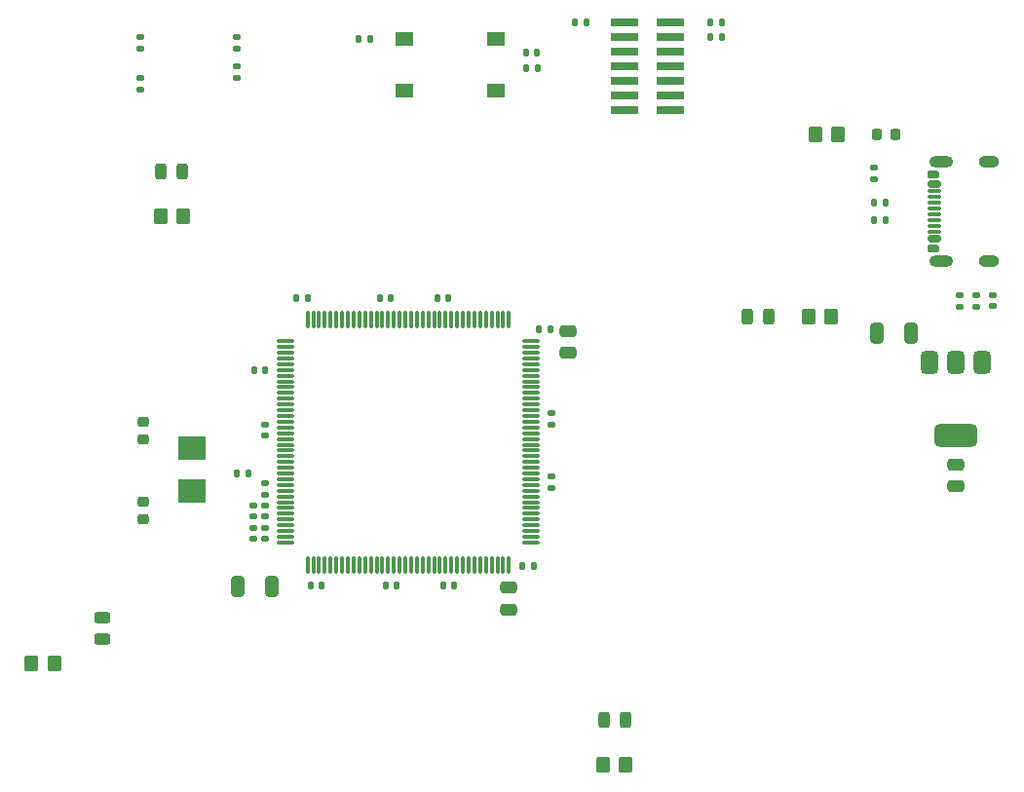
<source format=gbr>
%TF.GenerationSoftware,KiCad,Pcbnew,8.0.0*%
%TF.CreationDate,2024-03-05T14:40:38+01:00*%
%TF.ProjectId,pcb723,70636237-3233-42e6-9b69-6361645f7063,rev?*%
%TF.SameCoordinates,PX55d4a80PY2625a00*%
%TF.FileFunction,Paste,Top*%
%TF.FilePolarity,Positive*%
%FSLAX46Y46*%
G04 Gerber Fmt 4.6, Leading zero omitted, Abs format (unit mm)*
G04 Created by KiCad (PCBNEW 8.0.0) date 2024-03-05 14:40:38*
%MOMM*%
%LPD*%
G01*
G04 APERTURE LIST*
G04 Aperture macros list*
%AMRoundRect*
0 Rectangle with rounded corners*
0 $1 Rounding radius*
0 $2 $3 $4 $5 $6 $7 $8 $9 X,Y pos of 4 corners*
0 Add a 4 corners polygon primitive as box body*
4,1,4,$2,$3,$4,$5,$6,$7,$8,$9,$2,$3,0*
0 Add four circle primitives for the rounded corners*
1,1,$1+$1,$2,$3*
1,1,$1+$1,$4,$5*
1,1,$1+$1,$6,$7*
1,1,$1+$1,$8,$9*
0 Add four rect primitives between the rounded corners*
20,1,$1+$1,$2,$3,$4,$5,0*
20,1,$1+$1,$4,$5,$6,$7,0*
20,1,$1+$1,$6,$7,$8,$9,0*
20,1,$1+$1,$8,$9,$2,$3,0*%
G04 Aperture macros list end*
%ADD10RoundRect,0.250000X0.475000X-0.250000X0.475000X0.250000X-0.475000X0.250000X-0.475000X-0.250000X0*%
%ADD11RoundRect,0.375000X-0.375000X0.625000X-0.375000X-0.625000X0.375000X-0.625000X0.375000X0.625000X0*%
%ADD12RoundRect,0.500000X-1.400000X0.500000X-1.400000X-0.500000X1.400000X-0.500000X1.400000X0.500000X0*%
%ADD13RoundRect,0.140000X0.170000X-0.140000X0.170000X0.140000X-0.170000X0.140000X-0.170000X-0.140000X0*%
%ADD14RoundRect,0.135000X-0.135000X-0.185000X0.135000X-0.185000X0.135000X0.185000X-0.135000X0.185000X0*%
%ADD15RoundRect,0.140000X-0.140000X-0.170000X0.140000X-0.170000X0.140000X0.170000X-0.140000X0.170000X0*%
%ADD16RoundRect,0.135000X-0.185000X0.135000X-0.185000X-0.135000X0.185000X-0.135000X0.185000X0.135000X0*%
%ADD17RoundRect,0.250000X-0.475000X0.250000X-0.475000X-0.250000X0.475000X-0.250000X0.475000X0.250000X0*%
%ADD18RoundRect,0.135000X0.135000X0.185000X-0.135000X0.185000X-0.135000X-0.185000X0.135000X-0.185000X0*%
%ADD19RoundRect,0.225000X0.250000X-0.225000X0.250000X0.225000X-0.250000X0.225000X-0.250000X-0.225000X0*%
%ADD20RoundRect,0.140000X-0.170000X0.140000X-0.170000X-0.140000X0.170000X-0.140000X0.170000X0.140000X0*%
%ADD21RoundRect,0.250000X-0.350000X-0.450000X0.350000X-0.450000X0.350000X0.450000X-0.350000X0.450000X0*%
%ADD22RoundRect,0.243750X0.456250X-0.243750X0.456250X0.243750X-0.456250X0.243750X-0.456250X-0.243750X0*%
%ADD23RoundRect,0.135000X0.185000X-0.135000X0.185000X0.135000X-0.185000X0.135000X-0.185000X-0.135000X0*%
%ADD24RoundRect,0.250000X0.350000X0.450000X-0.350000X0.450000X-0.350000X-0.450000X0.350000X-0.450000X0*%
%ADD25RoundRect,0.075000X-0.662500X-0.075000X0.662500X-0.075000X0.662500X0.075000X-0.662500X0.075000X0*%
%ADD26RoundRect,0.075000X-0.075000X-0.662500X0.075000X-0.662500X0.075000X0.662500X-0.075000X0.662500X0*%
%ADD27R,2.400000X2.000000*%
%ADD28RoundRect,0.218750X-0.218750X-0.256250X0.218750X-0.256250X0.218750X0.256250X-0.218750X0.256250X0*%
%ADD29RoundRect,0.150000X0.377500X-0.150000X0.377500X0.150000X-0.377500X0.150000X-0.377500X-0.150000X0*%
%ADD30RoundRect,0.150000X0.425000X-0.150000X0.425000X0.150000X-0.425000X0.150000X-0.425000X-0.150000X0*%
%ADD31RoundRect,0.075000X0.500000X-0.075000X0.500000X0.075000X-0.500000X0.075000X-0.500000X-0.075000X0*%
%ADD32O,2.100000X1.000000*%
%ADD33O,1.800000X1.000000*%
%ADD34RoundRect,0.250000X0.325000X0.650000X-0.325000X0.650000X-0.325000X-0.650000X0.325000X-0.650000X0*%
%ADD35RoundRect,0.140000X0.140000X0.170000X-0.140000X0.170000X-0.140000X-0.170000X0.140000X-0.170000X0*%
%ADD36RoundRect,0.225000X-0.250000X0.225000X-0.250000X-0.225000X0.250000X-0.225000X0.250000X0.225000X0*%
%ADD37RoundRect,0.250000X-0.325000X-0.650000X0.325000X-0.650000X0.325000X0.650000X-0.325000X0.650000X0*%
%ADD38RoundRect,0.243750X-0.243750X-0.456250X0.243750X-0.456250X0.243750X0.456250X-0.243750X0.456250X0*%
%ADD39R,2.400000X0.740000*%
%ADD40R,1.550000X1.300000*%
%ADD41RoundRect,0.243750X0.243750X0.456250X-0.243750X0.456250X-0.243750X-0.456250X0.243750X-0.456250X0*%
G04 APERTURE END LIST*
D10*
%TO.C,C20*%
X45580000Y-53320000D03*
X45580000Y-51420000D03*
%TD*%
D11*
%TO.C,U2*%
X86732500Y-31885000D03*
X84432500Y-31885000D03*
D12*
X84432500Y-38185000D03*
D11*
X82132500Y-31885000D03*
%TD*%
D13*
%TO.C,C7*%
X49300000Y-42730000D03*
X49300000Y-41770000D03*
%TD*%
D14*
%TO.C,R7*%
X21950000Y-41500000D03*
X22970000Y-41500000D03*
%TD*%
D15*
%TO.C,C11*%
X27127500Y-26290000D03*
X28087500Y-26290000D03*
%TD*%
D16*
%TO.C,R11*%
X84800000Y-25990000D03*
X84800000Y-27010000D03*
%TD*%
D17*
%TO.C,C19*%
X50700000Y-29100000D03*
X50700000Y-31000000D03*
%TD*%
D18*
%TO.C,R16*%
X78335000Y-17970000D03*
X77315000Y-17970000D03*
%TD*%
D15*
%TO.C,C5*%
X39860000Y-51225000D03*
X40820000Y-51225000D03*
%TD*%
D18*
%TO.C,R5*%
X48110000Y-6310000D03*
X47090000Y-6310000D03*
%TD*%
%TO.C,R10*%
X64140000Y-2300000D03*
X63120000Y-2300000D03*
%TD*%
%TO.C,R15*%
X78335000Y-19470000D03*
X77315000Y-19470000D03*
%TD*%
D19*
%TO.C,C22*%
X13820000Y-45495000D03*
X13820000Y-43945000D03*
%TD*%
D20*
%TO.C,C1*%
X24400000Y-37270000D03*
X24400000Y-38230000D03*
%TD*%
D13*
%TO.C,C26*%
X87600000Y-26950000D03*
X87600000Y-25990000D03*
%TD*%
D21*
%TO.C,R19*%
X71600000Y-27870000D03*
X73600000Y-27870000D03*
%TD*%
D22*
%TO.C,D3*%
X10240000Y-55917500D03*
X10240000Y-54042500D03*
%TD*%
D23*
%TO.C,R1*%
X21940000Y-7150000D03*
X21940000Y-6130000D03*
%TD*%
D13*
%TO.C,C13*%
X49300000Y-37230000D03*
X49300000Y-36270000D03*
%TD*%
D20*
%TO.C,C2*%
X24400000Y-42370000D03*
X24400000Y-43330000D03*
%TD*%
D24*
%TO.C,R18*%
X6080000Y-58010000D03*
X4080000Y-58010000D03*
%TD*%
D25*
%TO.C,U1*%
X26175000Y-30000000D03*
X26175000Y-30500000D03*
X26175000Y-31000000D03*
X26175000Y-31500000D03*
X26175000Y-32000000D03*
X26175000Y-32500000D03*
X26175000Y-33000000D03*
X26175000Y-33500000D03*
X26175000Y-34000000D03*
X26175000Y-34500000D03*
X26175000Y-35000000D03*
X26175000Y-35500000D03*
X26175000Y-36000000D03*
X26175000Y-36500000D03*
X26175000Y-37000000D03*
X26175000Y-37500000D03*
X26175000Y-38000000D03*
X26175000Y-38500000D03*
X26175000Y-39000000D03*
X26175000Y-39500000D03*
X26175000Y-40000000D03*
X26175000Y-40500000D03*
X26175000Y-41000000D03*
X26175000Y-41500000D03*
X26175000Y-42000000D03*
X26175000Y-42500000D03*
X26175000Y-43000000D03*
X26175000Y-43500000D03*
X26175000Y-44000000D03*
X26175000Y-44500000D03*
X26175000Y-45000000D03*
X26175000Y-45500000D03*
X26175000Y-46000000D03*
X26175000Y-46500000D03*
X26175000Y-47000000D03*
X26175000Y-47500000D03*
D26*
X28087500Y-49412500D03*
X28587500Y-49412500D03*
X29087500Y-49412500D03*
X29587500Y-49412500D03*
X30087500Y-49412500D03*
X30587500Y-49412500D03*
X31087500Y-49412500D03*
X31587500Y-49412500D03*
X32087500Y-49412500D03*
X32587500Y-49412500D03*
X33087500Y-49412500D03*
X33587500Y-49412500D03*
X34087500Y-49412500D03*
X34587500Y-49412500D03*
X35087500Y-49412500D03*
X35587500Y-49412500D03*
X36087500Y-49412500D03*
X36587500Y-49412500D03*
X37087500Y-49412500D03*
X37587500Y-49412500D03*
X38087500Y-49412500D03*
X38587500Y-49412500D03*
X39087500Y-49412500D03*
X39587500Y-49412500D03*
X40087500Y-49412500D03*
X40587500Y-49412500D03*
X41087500Y-49412500D03*
X41587500Y-49412500D03*
X42087500Y-49412500D03*
X42587500Y-49412500D03*
X43087500Y-49412500D03*
X43587500Y-49412500D03*
X44087500Y-49412500D03*
X44587500Y-49412500D03*
X45087500Y-49412500D03*
X45587500Y-49412500D03*
D25*
X47500000Y-47500000D03*
X47500000Y-47000000D03*
X47500000Y-46500000D03*
X47500000Y-46000000D03*
X47500000Y-45500000D03*
X47500000Y-45000000D03*
X47500000Y-44500000D03*
X47500000Y-44000000D03*
X47500000Y-43500000D03*
X47500000Y-43000000D03*
X47500000Y-42500000D03*
X47500000Y-42000000D03*
X47500000Y-41500000D03*
X47500000Y-41000000D03*
X47500000Y-40500000D03*
X47500000Y-40000000D03*
X47500000Y-39500000D03*
X47500000Y-39000000D03*
X47500000Y-38500000D03*
X47500000Y-38000000D03*
X47500000Y-37500000D03*
X47500000Y-37000000D03*
X47500000Y-36500000D03*
X47500000Y-36000000D03*
X47500000Y-35500000D03*
X47500000Y-35000000D03*
X47500000Y-34500000D03*
X47500000Y-34000000D03*
X47500000Y-33500000D03*
X47500000Y-33000000D03*
X47500000Y-32500000D03*
X47500000Y-32000000D03*
X47500000Y-31500000D03*
X47500000Y-31000000D03*
X47500000Y-30500000D03*
X47500000Y-30000000D03*
D26*
X45587500Y-28087500D03*
X45087500Y-28087500D03*
X44587500Y-28087500D03*
X44087500Y-28087500D03*
X43587500Y-28087500D03*
X43087500Y-28087500D03*
X42587500Y-28087500D03*
X42087500Y-28087500D03*
X41587500Y-28087500D03*
X41087500Y-28087500D03*
X40587500Y-28087500D03*
X40087500Y-28087500D03*
X39587500Y-28087500D03*
X39087500Y-28087500D03*
X38587500Y-28087500D03*
X38087500Y-28087500D03*
X37587500Y-28087500D03*
X37087500Y-28087500D03*
X36587500Y-28087500D03*
X36087500Y-28087500D03*
X35587500Y-28087500D03*
X35087500Y-28087500D03*
X34587500Y-28087500D03*
X34087500Y-28087500D03*
X33587500Y-28087500D03*
X33087500Y-28087500D03*
X32587500Y-28087500D03*
X32087500Y-28087500D03*
X31587500Y-28087500D03*
X31087500Y-28087500D03*
X30587500Y-28087500D03*
X30087500Y-28087500D03*
X29587500Y-28087500D03*
X29087500Y-28087500D03*
X28587500Y-28087500D03*
X28087500Y-28087500D03*
%TD*%
D16*
%TO.C,R2*%
X21940000Y-3590000D03*
X21940000Y-4610000D03*
%TD*%
D27*
%TO.C,Y1*%
X18080000Y-43020000D03*
X18080000Y-39320000D03*
%TD*%
D28*
%TO.C,D1*%
X77575000Y-11990000D03*
X79150000Y-11990000D03*
%TD*%
D20*
%TO.C,C17*%
X23370000Y-44300000D03*
X23370000Y-45260000D03*
%TD*%
D13*
%TO.C,C14*%
X23370000Y-47190000D03*
X23370000Y-46230000D03*
%TD*%
D29*
%TO.C,J5*%
X82507500Y-21920000D03*
D30*
X82555000Y-21120000D03*
D31*
X82555000Y-19970000D03*
X82555000Y-18970000D03*
X82555000Y-18470000D03*
X82555000Y-17470000D03*
D30*
X82555000Y-16320000D03*
D29*
X82507500Y-15520000D03*
X82507500Y-15520000D03*
D30*
X82555000Y-16320000D03*
D31*
X82555000Y-16970000D03*
X82555000Y-17970000D03*
X82555000Y-19470000D03*
X82555000Y-20470000D03*
D30*
X82555000Y-21120000D03*
D29*
X82507500Y-21920000D03*
D32*
X83130000Y-23040000D03*
D33*
X87310000Y-23040000D03*
D32*
X83130000Y-14400000D03*
D33*
X87310000Y-14400000D03*
%TD*%
D34*
%TO.C,C18*%
X24955000Y-51280000D03*
X22005000Y-51280000D03*
%TD*%
D16*
%TO.C,R3*%
X13560000Y-7150000D03*
X13560000Y-8170000D03*
%TD*%
D35*
%TO.C,C10*%
X35320000Y-26290000D03*
X34360000Y-26290000D03*
%TD*%
D36*
%TO.C,C23*%
X13820000Y-36995000D03*
X13820000Y-38545000D03*
%TD*%
D14*
%TO.C,R9*%
X51280000Y-2300000D03*
X52300000Y-2300000D03*
%TD*%
D37*
%TO.C,C25*%
X77590000Y-29285000D03*
X80540000Y-29285000D03*
%TD*%
D38*
%TO.C,D5*%
X15305000Y-15220000D03*
X17180000Y-15220000D03*
%TD*%
D39*
%TO.C,J3*%
X59570000Y-9920000D03*
X55670000Y-9920000D03*
X59570000Y-8650000D03*
X55670000Y-8650000D03*
X59570000Y-7380000D03*
X55670000Y-7380000D03*
X59570000Y-6110000D03*
X55670000Y-6110000D03*
X59570000Y-4840000D03*
X55670000Y-4840000D03*
X59570000Y-3570000D03*
X55670000Y-3570000D03*
X59570000Y-2300000D03*
X55670000Y-2300000D03*
%TD*%
D35*
%TO.C,C8*%
X49180000Y-29000000D03*
X48220000Y-29000000D03*
%TD*%
D18*
%TO.C,R8*%
X64140000Y-3570000D03*
X63120000Y-3570000D03*
%TD*%
D40*
%TO.C,SW1*%
X36500000Y-3750000D03*
X44450000Y-3750000D03*
X36500000Y-8250000D03*
X44450000Y-8250000D03*
%TD*%
D35*
%TO.C,C6*%
X47730000Y-49520000D03*
X46770000Y-49520000D03*
%TD*%
D18*
%TO.C,R6*%
X33530000Y-3750000D03*
X32510000Y-3750000D03*
%TD*%
D15*
%TO.C,C3*%
X28365000Y-51225000D03*
X29325000Y-51225000D03*
%TD*%
D20*
%TO.C,C16*%
X24390000Y-44300000D03*
X24390000Y-45260000D03*
%TD*%
D13*
%TO.C,C15*%
X24400000Y-47190000D03*
X24400000Y-46230000D03*
%TD*%
D17*
%TO.C,C24*%
X84432500Y-40725000D03*
X84432500Y-42625000D03*
%TD*%
D24*
%TO.C,R17*%
X55737500Y-66840000D03*
X53737500Y-66840000D03*
%TD*%
D35*
%TO.C,C9*%
X40320000Y-26290000D03*
X39360000Y-26290000D03*
%TD*%
D23*
%TO.C,R12*%
X77300000Y-15910000D03*
X77300000Y-14890000D03*
%TD*%
D21*
%TO.C,R20*%
X15305000Y-19160000D03*
X17305000Y-19160000D03*
%TD*%
D15*
%TO.C,C12*%
X23440000Y-32500000D03*
X24400000Y-32500000D03*
%TD*%
D16*
%TO.C,R4*%
X13560000Y-3590000D03*
X13560000Y-4610000D03*
%TD*%
D41*
%TO.C,D2*%
X55737500Y-62940000D03*
X53862500Y-62940000D03*
%TD*%
D16*
%TO.C,R13*%
X86200000Y-25990000D03*
X86200000Y-27010000D03*
%TD*%
D35*
%TO.C,C21*%
X48050000Y-4920000D03*
X47090000Y-4920000D03*
%TD*%
D15*
%TO.C,C4*%
X34860000Y-51225000D03*
X35820000Y-51225000D03*
%TD*%
D24*
%TO.C,R14*%
X74200000Y-11990000D03*
X72200000Y-11990000D03*
%TD*%
D41*
%TO.C,D4*%
X68175000Y-27870000D03*
X66300000Y-27870000D03*
%TD*%
M02*

</source>
